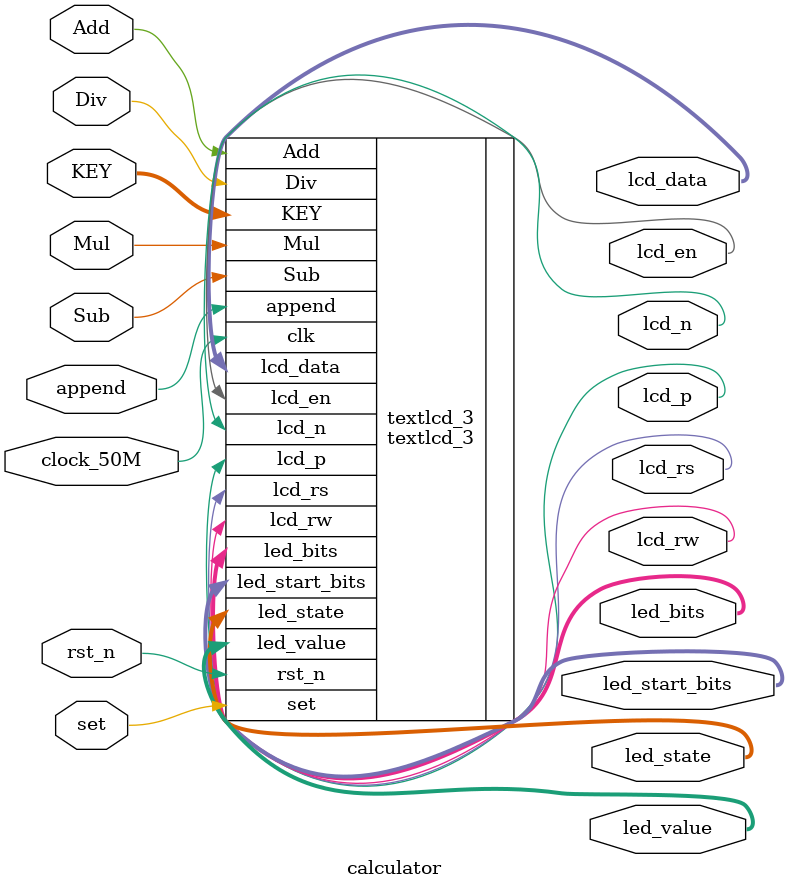
<source format=v>
`timescale 1ns/1ps

module calculator(
	input clock_50M,
	input rst_n,
	input set,
	input append,
	input [9:0] KEY,
	input Add,
	input Sub,
	input Mul,
	input Div,
	output lcd_rs,
	output lcd_rw,
	output lcd_en,
	output lcd_p,
	output lcd_n,
	output [7:0] lcd_data,
	output [4:0] led_state,
	output [3:0] led_bits,
	output [7:0] led_value,
	output [3:0] led_start_bits);

textlcd_3 textlcd_3(.rst_n(rst_n),
					.clk(clock_50M),
					.set(set),
					.append(append),
					.KEY(KEY),
					.Add(Add),.Sub(Sub),.Mul(Mul),.Div(Div),
					.lcd_rs(lcd_rs),
					.lcd_rw(lcd_rw),
					.lcd_en(lcd_en),
					.lcd_p(lcd_p),
					.lcd_n(lcd_n),
					.lcd_data(lcd_data),
					.led_state(led_state),
					.led_bits(led_bits),
					.led_value(led_value),
					.led_start_bits(led_start_bits));
endmodule


</source>
